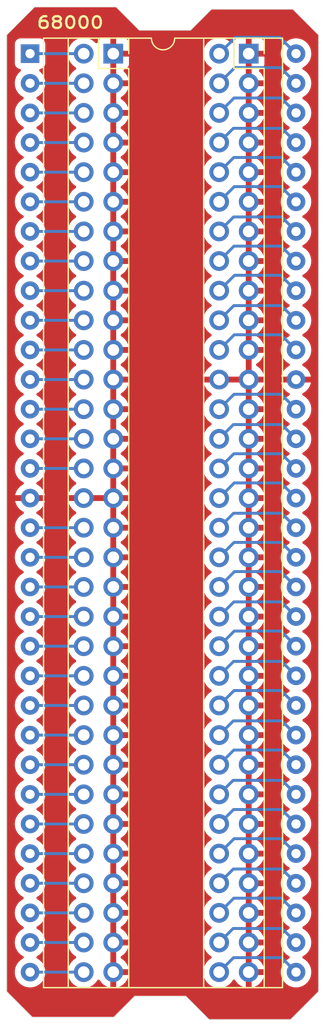
<source format=kicad_pcb>
(kicad_pcb (version 20221018) (generator pcbnew)
  (layers (0 "F.Cu" signal) (31 "B.Cu" signal) (34 "B.Paste" user) (35 "F.Paste" user) (36 "B.SilkS" user "B.Silkscreen") (37 "F.SilkS" user "F.Silkscreen") (38 "B.Mask" user) (39 "F.Mask" user) (44 "Edge.Cuts" user))
  (net 0 "")
  (net 1 "GND")
  (net 2 "Net-(J1-Pin_2)")
  (net 3 "Net-(J1-Pin_4)")
  (net 4 "Net-(J1-Pin_6)")
  (net 5 "Net-(J1-Pin_8)")
  (net 6 "Net-(J1-Pin_10)")
  (net 7 "Net-(J1-Pin_12)")
  (net 8 "Net-(J1-Pin_14)")
  (net 9 "Net-(J1-Pin_16)")
  (net 10 "Net-(J1-Pin_18)")
  (net 11 "Net-(J1-Pin_20)")
  (net 12 "Net-(J1-Pin_22)")
  (net 13 "Net-(J1-Pin_24)")
  (net 14 "Net-(J1-Pin_26)")
  (net 15 "Net-(J1-Pin_28)")
  (net 16 "Net-(J1-Pin_30)")
  (net 17 "Net-(J1-Pin_34)")
  (net 18 "Net-(J1-Pin_36)")
  (net 19 "Net-(J1-Pin_38)")
  (net 20 "Net-(J1-Pin_40)")
  (net 21 "Net-(J1-Pin_42)")
  (net 22 "Net-(J1-Pin_44)")
  (net 23 "Net-(J1-Pin_46)")
  (net 24 "Net-(J1-Pin_48)")
  (net 25 "Net-(J1-Pin_50)")
  (net 26 "Net-(J1-Pin_52)")
  (net 27 "Net-(J1-Pin_54)")
  (net 28 "Net-(J1-Pin_56)")
  (net 29 "Net-(J1-Pin_58)")
  (net 30 "Net-(J1-Pin_60)")
  (net 31 "Net-(J1-Pin_62)")
  (net 32 "Net-(J1-Pin_64)")
  (net 33 "Net-(J2-Pin_33)")
  (net 34 "Net-(J2-Pin_34)")
  (net 35 "Net-(J2-Pin_35)")
  (net 36 "Net-(J2-Pin_36)")
  (net 37 "Net-(J2-Pin_37)")
  (net 38 "Net-(J2-Pin_38)")
  (net 39 "Net-(J2-Pin_39)")
  (net 40 "Net-(J2-Pin_40)")
  (net 41 "Net-(J2-Pin_41)")
  (net 42 "Net-(J2-Pin_42)")
  (net 43 "Net-(J2-Pin_43)")
  (net 44 "Net-(J2-Pin_44)")
  (net 45 "Net-(J2-Pin_45)")
  (net 46 "Net-(J2-Pin_46)")
  (net 47 "Net-(J2-Pin_47)")
  (net 48 "Net-(J2-Pin_48)")
  (net 49 "Net-(J2-Pin_49)")
  (net 50 "Net-(J2-Pin_50)")
  (net 51 "Net-(J2-Pin_51)")
  (net 52 "Net-(J2-Pin_52)")
  (net 53 "Net-(J2-Pin_54)")
  (net 54 "Net-(J2-Pin_55)")
  (net 55 "Net-(J2-Pin_56)")
  (net 56 "Net-(J2-Pin_57)")
  (net 57 "Net-(J2-Pin_58)")
  (net 58 "Net-(J2-Pin_59)")
  (net 59 "Net-(J2-Pin_60)")
  (net 60 "Net-(J2-Pin_61)")
  (net 61 "Net-(J2-Pin_62)")
  (net 62 "Net-(J2-Pin_63)")
  (net 63 "Net-(J2-Pin_64)")
  (footprint "Connector_PinSocket_2.54mm:PinSocket_2x32_P2.54mm_Vertical" (layer "F.Cu") (at 130.36 58.8)
    (fp_text reference "J1" hide)
    (fp_text value "64PIN1")
    (fp_line (start -3.87 -1.33) (end -3.87 80.07) (stroke (width 0.12)) (layer "F.SilkS"))
    (fp_line (start -3.87 -1.33) (end -1.27 -1.33) (stroke (width 0.12)) (layer "F.SilkS"))
    (fp_line (start -3.87 80.07) (end 1.33 80.07) (stroke (width 0.12)) (layer "F.SilkS"))
    (fp_line (start -1.27 -1.33) (end -1.27 1.27) (stroke (width 0.12)) (layer "F.SilkS"))
    (fp_line (start -1.27 1.27) (end 1.33 1.27) (stroke (width 0.12)) (layer "F.SilkS"))
    (fp_line (start 0 -1.33) (end 1.33 -1.33) (stroke (width 0.12)) (layer "F.SilkS"))
    (fp_line (start 1.33 -1.33) (end 1.33 0) (stroke (width 0.12)) (layer "F.SilkS"))
    (fp_line (start 1.33 1.27) (end 1.33 80.07) (stroke (width 0.12)) (layer "F.SilkS"))
    (pad "1" thru_hole rect (at 0 0) (size 1.7 1.7) (drill 1) (layers "*.Cu" "*.Mask") (net 1 "GND"))
    (pad "2" thru_hole oval (at -2.54 0) (size 1.7 1.7) (drill 1) (layers "*.Cu" "*.Mask") (net 2 "Net-(J1-Pin_2)"))
    (pad "3" thru_hole oval (at 0 2.54) (size 1.7 1.7) (drill 1) (layers "*.Cu" "*.Mask") (net 1 "GND"))
    (pad "4" thru_hole oval (at -2.54 2.54) (size 1.7 1.7) (drill 1) (layers "*.Cu" "*.Mask") (net 3 "Net-(J1-Pin_4)"))
    (pad "5" thru_hole oval (at 0 5.08) (size 1.7 1.7) (drill 1) (layers "*.Cu" "*.Mask") (net 1 "GND"))
    (pad "6" thru_hole oval (at -2.54 5.08) (size 1.7 1.7) (drill 1) (layers "*.Cu" "*.Mask") (net 4 "Net-(J1-Pin_6)"))
    (pad "7" thru_hole oval (at 0 7.62) (size 1.7 1.7) (drill 1) (layers "*.Cu" "*.Mask") (net 1 "GND"))
    (pad "8" thru_hole oval (at -2.54 7.62) (size 1.7 1.7) (drill 1) (layers "*.Cu" "*.Mask") (net 5 "Net-(J1-Pin_8)"))
    (pad "9" thru_hole oval (at 0 10.16) (size 1.7 1.7) (drill 1) (layers "*.Cu" "*.Mask") (net 1 "GND"))
    (pad "10" thru_hole oval (at -2.54 10.16) (size 1.7 1.7) (drill 1) (layers "*.Cu" "*.Mask") (net 6 "Net-(J1-Pin_10)"))
    (pad "11" thru_hole oval (at 0 12.7) (size 1.7 1.7) (drill 1) (layers "*.Cu" "*.Mask") (net 1 "GND"))
    (pad "12" thru_hole oval (at -2.54 12.7) (size 1.7 1.7) (drill 1) (layers "*.Cu" "*.Mask") (net 7 "Net-(J1-Pin_12)"))
    (pad "13" thru_hole oval (at 0 15.24) (size 1.7 1.7) (drill 1) (layers "*.Cu" "*.Mask") (net 1 "GND"))
    (pad "14" thru_hole oval (at -2.54 15.24) (size 1.7 1.7) (drill 1) (layers "*.Cu" "*.Mask") (net 8 "Net-(J1-Pin_14)"))
    (pad "15" thru_hole oval (at 0 17.78) (size 1.7 1.7) (drill 1) (layers "*.Cu" "*.Mask") (net 1 "GND"))
    (pad "16" thru_hole oval (at -2.54 17.78) (size 1.7 1.7) (drill 1) (layers "*.Cu" "*.Mask") (net 9 "Net-(J1-Pin_16)"))
    (pad "17" thru_hole oval (at 0 20.32) (size 1.7 1.7) (drill 1) (layers "*.Cu" "*.Mask") (net 1 "GND"))
    (pad "18" thru_hole oval (at -2.54 20.32) (size 1.7 1.7) (drill 1) (layers "*.Cu" "*.Mask") (net 10 "Net-(J1-Pin_18)"))
    (pad "19" thru_hole oval (at 0 22.86) (size 1.7 1.7) (drill 1) (layers "*.Cu" "*.Mask") (net 1 "GND"))
    (pad "20" thru_hole oval (at -2.54 22.86) (size 1.7 1.7) (drill 1) (layers "*.Cu" "*.Mask") (net 11 "Net-(J1-Pin_20)"))
    (pad "21" thru_hole oval (at 0 25.4) (size 1.7 1.7) (drill 1) (layers "*.Cu" "*.Mask") (net 1 "GND"))
    (pad "22" thru_hole oval (at -2.54 25.4) (size 1.7 1.7) (drill 1) (layers "*.Cu" "*.Mask") (net 12 "Net-(J1-Pin_22)"))
    (pad "23" thru_hole oval (at 0 27.94) (size 1.7 1.7) (drill 1) (layers "*.Cu" "*.Mask") (net 1 "GND"))
    (pad "24" thru_hole oval (at -2.54 27.94) (size 1.7 1.7) (drill 1) (layers "*.Cu" "*.Mask") (net 13 "Net-(J1-Pin_24)"))
    (pad "25" thru_hole oval (at 0 30.48) (size 1.7 1.7) (drill 1) (layers "*.Cu" "*.Mask") (net 1 "GND"))
    (pad "26" thru_hole oval (at -2.54 30.48) (size 1.7 1.7) (drill 1) (layers "*.Cu" "*.Mask") (net 14 "Net-(J1-Pin_26)"))
    (pad "27" thru_hole oval (at 0 33.02) (size 1.7 1.7) (drill 1) (layers "*.Cu" "*.Mask") (net 1 "GND"))
    (pad "28" thru_hole oval (at -2.54 33.02) (size 1.7 1.7) (drill 1) (layers "*.Cu" "*.Mask") (net 15 "Net-(J1-Pin_28)"))
    (pad "29" thru_hole oval (at 0 35.56) (size 1.7 1.7) (drill 1) (layers "*.Cu" "*.Mask") (net 1 "GND"))
    (pad "30" thru_hole oval (at -2.54 35.56) (size 1.7 1.7) (drill 1) (layers "*.Cu" "*.Mask") (net 16 "Net-(J1-Pin_30)"))
    (pad "31" thru_hole oval (at 0 38.1) (size 1.7 1.7) (drill 1) (layers "*.Cu" "*.Mask") (net 1 "GND"))
    (pad "32" thru_hole oval (at -2.54 38.1) (size 1.7 1.7) (drill 1) (layers "*.Cu" "*.Mask") (net 1 "GND"))
    (pad "33" thru_hole oval (at 0 40.64) (size 1.7 1.7) (drill 1) (layers "*.Cu" "*.Mask") (net 1 "GND"))
    (pad "34" thru_hole oval (at -2.54 40.64) (size 1.7 1.7) (drill 1) (layers "*.Cu" "*.Mask") (net 17 "Net-(J1-Pin_34)"))
    (pad "35" thru_hole oval (at 0 43.18) (size 1.7 1.7) (drill 1) (layers "*.Cu" "*.Mask") (net 1 "GND"))
    (pad "36" thru_hole oval (at -2.54 43.18) (size 1.7 1.7) (drill 1) (layers "*.Cu" "*.Mask") (net 18 "Net-(J1-Pin_36)"))
    (pad "37" thru_hole oval (at 0 45.72) (size 1.7 1.7) (drill 1) (layers "*.Cu" "*.Mask") (net 1 "GND"))
    (pad "38" thru_hole oval (at -2.54 45.72) (size 1.7 1.7) (drill 1) (layers "*.Cu" "*.Mask") (net 19 "Net-(J1-Pin_38)"))
    (pad "39" thru_hole oval (at 0 48.26) (size 1.7 1.7) (drill 1) (layers "*.Cu" "*.Mask") (net 1 "GND"))
    (pad "40" thru_hole oval (at -2.54 48.26) (size 1.7 1.7) (drill 1) (layers "*.Cu" "*.Mask") (net 20 "Net-(J1-Pin_40)"))
    (pad "41" thru_hole oval (at 0 50.8) (size 1.7 1.7) (drill 1) (layers "*.Cu" "*.Mask") (net 1 "GND"))
    (pad "42" thru_hole oval (at -2.54 50.8) (size 1.7 1.7) (drill 1) (layers "*.Cu" "*.Mask") (net 21 "Net-(J1-Pin_42)"))
    (pad "43" thru_hole oval (at 0 53.34) (size 1.7 1.7) (drill 1) (layers "*.Cu" "*.Mask") (net 1 "GND"))
    (pad "44" thru_hole oval (at -2.54 53.34) (size 1.7 1.7) (drill 1) (layers "*.Cu" "*.Mask") (net 22 "Net-(J1-Pin_44)"))
    (pad "45" thru_hole oval (at 0 55.88) (size 1.7 1.7) (drill 1) (layers "*.Cu" "*.Mask") (net 1 "GND"))
    (pad "46" thru_hole oval (at -2.54 55.88) (size 1.7 1.7) (drill 1) (layers "*.Cu" "*.Mask") (net 23 "Net-(J1-Pin_46)"))
    (pad "47" thru_hole oval (at 0 58.42) (size 1.7 1.7) (drill 1) (layers "*.Cu" "*.Mask") (net 1 "GND"))
    (pad "48" thru_hole oval (at -2.54 58.42) (size 1.7 1.7) (drill 1) (layers "*.Cu" "*.Mask") (net 24 "Net-(J1-Pin_48)"))
    (pad "49" thru_hole oval (at 0 60.96) (size 1.7 1.7) (drill 1) (layers "*.Cu" "*.Mask") (net 1 "GND"))
    (pad "50" thru_hole oval (at -2.54 60.96) (size 1.7 1.7) (drill 1) (layers "*.Cu" "*.Mask") (net 25 "Net-(J1-Pin_50)"))
    (pad "51" thru_hole oval (at 0 63.5) (size 1.7 1.7) (drill 1) (layers "*.Cu" "*.Mask") (net 1 "GND"))
    (pad "52" thru_hole oval (at -2.54 63.5) (size 1.7 1.7) (drill 1) (layers "*.Cu" "*.Mask") (net 26 "Net-(J1-Pin_52)"))
    (pad "53" thru_hole oval (at 0 66.04) (size 1.7 1.7) (drill 1) (layers "*.Cu" "*.Mask") (net 1 "GND"))
    (pad "54" thru_hole oval (at -2.54 66.04) (size 1.7 1.7) (drill 1) (layers "*.Cu" "*.Mask") (net 27 "Net-(J1-Pin_54)"))
    (pad "55" thru_hole oval (at 0 68.58) (size 1.7 1.7) (drill 1) (layers "*.Cu" "*.Mask") (net 1 "GND"))
    (pad "56" thru_hole oval (at -2.54 68.58) (size 1.7 1.7) (drill 1) (layers "*.Cu" "*.Mask") (net 28 "Net-(J1-Pin_56)"))
    (pad "57" thru_hole oval (at 0 71.12) (size 1.7 1.7) (drill 1) (layers "*.Cu" "*.Mask") (net 1 "GND"))
    (pad "58" thru_hole oval (at -2.54 71.12) (size 1.7 1.7) (drill 1) (layers "*.Cu" "*.Mask") (net 29 "Net-(J1-Pin_58)"))
    (pad "59" thru_hole oval (at 0 73.66) (size 1.7 1.7) (drill 1) (layers "*.Cu" "*.Mask") (net 1 "GND"))
    (pad "60" thru_hole oval (at -2.54 73.66) (size 1.7 1.7) (drill 1) (layers "*.Cu" "*.Mask") (net 30 "Net-(J1-Pin_60)"))
    (pad "61" thru_hole oval (at 0 76.2) (size 1.7 1.7) (drill 1) (layers "*.Cu" "*.Mask") (net 1 "GND"))
    (pad "62" thru_hole oval (at -2.54 76.2) (size 1.7 1.7) (drill 1) (layers "*.Cu" "*.Mask") (net 31 "Net-(J1-Pin_62)"))
    (pad "63" thru_hole oval (at 0 78.74) (size 1.7 1.7) (drill 1) (layers "*.Cu" "*.Mask") (net 1 "GND"))
    (pad "64" thru_hole oval (at -2.54 78.74) (size 1.7 1.7) (drill 1) (layers "*.Cu" "*.Mask") (net 32 "Net-(J1-Pin_64)"))
  )
  (footprint "Connector_PinSocket_2.54mm:PinSocket_2x32_P2.54mm_Vertical" (layer "F.Cu") (at 142 58.8)
    (fp_text reference "J3" hide)
    (fp_text value "64PIN2")
    (fp_line (start -3.87 -1.33) (end -3.87 80.07) (stroke (width 0.12)) (layer "F.SilkS"))
    (fp_line (start -3.87 -1.33) (end -1.27 -1.33) (stroke (width 0.12)) (layer "F.SilkS"))
    (fp_line (start -3.87 80.07) (end 1.33 80.07) (stroke (width 0.12)) (layer "F.SilkS"))
    (fp_line (start -1.27 -1.33) (end -1.27 1.27) (stroke (width 0.12)) (layer "F.SilkS"))
    (fp_line (start -1.27 1.27) (end 1.33 1.27) (stroke (width 0.12)) (layer "F.SilkS"))
    (fp_line (start 0 -1.33) (end 1.33 -1.33) (stroke (width 0.12)) (layer "F.SilkS"))
    (fp_line (start 1.33 -1.33) (end 1.33 0) (stroke (width 0.12)) (layer "F.SilkS"))
    (fp_line (start 1.33 1.27) (end 1.33 80.07) (stroke (width 0.12)) (layer "F.SilkS"))
    (pad "1" thru_hole rect (at 0 0) (size 1.7 1.7) (drill 1) (layers "*.Cu" "*.Mask") (net 1 "GND"))
    (pad "2" thru_hole oval (at -2.54 0) (size 1.7 1.7) (drill 1) (layers "*.Cu" "*.Mask") (net 63 "Net-(J2-Pin_64)"))
    (pad "3" thru_hole oval (at 0 2.54) (size 1.7 1.7) (drill 1) (layers "*.Cu" "*.Mask") (net 1 "GND"))
    (pad "4" thru_hole oval (at -2.54 2.54) (size 1.7 1.7) (drill 1) (layers "*.Cu" "*.Mask") (net 62 "Net-(J2-Pin_63)"))
    (pad "5" thru_hole oval (at 0 5.08) (size 1.7 1.7) (drill 1) (layers "*.Cu" "*.Mask") (net 1 "GND"))
    (pad "6" thru_hole oval (at -2.54 5.08) (size 1.7 1.7) (drill 1) (layers "*.Cu" "*.Mask") (net 61 "Net-(J2-Pin_62)"))
    (pad "7" thru_hole oval (at 0 7.62) (size 1.7 1.7) (drill 1) (layers "*.Cu" "*.Mask") (net 1 "GND"))
    (pad "8" thru_hole oval (at -2.54 7.62) (size 1.7 1.7) (drill 1) (layers "*.Cu" "*.Mask") (net 60 "Net-(J2-Pin_61)"))
    (pad "9" thru_hole oval (at 0 10.16) (size 1.7 1.7) (drill 1) (layers "*.Cu" "*.Mask") (net 1 "GND"))
    (pad "10" thru_hole oval (at -2.54 10.16) (size 1.7 1.7) (drill 1) (layers "*.Cu" "*.Mask") (net 59 "Net-(J2-Pin_60)"))
    (pad "11" thru_hole oval (at 0 12.7) (size 1.7 1.7) (drill 1) (layers "*.Cu" "*.Mask") (net 1 "GND"))
    (pad "12" thru_hole oval (at -2.54 12.7) (size 1.7 1.7) (drill 1) (layers "*.Cu" "*.Mask") (net 58 "Net-(J2-Pin_59)"))
    (pad "13" thru_hole oval (at 0 15.24) (size 1.7 1.7) (drill 1) (layers "*.Cu" "*.Mask") (net 1 "GND"))
    (pad "14" thru_hole oval (at -2.54 15.24) (size 1.7 1.7) (drill 1) (layers "*.Cu" "*.Mask") (net 57 "Net-(J2-Pin_58)"))
    (pad "15" thru_hole oval (at 0 17.78) (size 1.7 1.7) (drill 1) (layers "*.Cu" "*.Mask") (net 1 "GND"))
    (pad "16" thru_hole oval (at -2.54 17.78) (size 1.7 1.7) (drill 1) (layers "*.Cu" "*.Mask") (net 56 "Net-(J2-Pin_57)"))
    (pad "17" thru_hole oval (at 0 20.32) (size 1.7 1.7) (drill 1) (layers "*.Cu" "*.Mask") (net 1 "GND"))
    (pad "18" thru_hole oval (at -2.54 20.32) (size 1.7 1.7) (drill 1) (layers "*.Cu" "*.Mask") (net 55 "Net-(J2-Pin_56)"))
    (pad "19" thru_hole oval (at 0 22.86) (size 1.7 1.7) (drill 1) (layers "*.Cu" "*.Mask") (net 1 "GND"))
    (pad "20" thru_hole oval (at -2.54 22.86) (size 1.7 1.7) (drill 1) (layers "*.Cu" "*.Mask") (net 54 "Net-(J2-Pin_55)"))
    (pad "21" thru_hole oval (at 0 25.4) (size 1.7 1.7) (drill 1) (layers "*.Cu" "*.Mask") (net 1 "GND"))
    (pad "22" thru_hole oval (at -2.54 25.4) (size 1.7 1.7) (drill 1) (layers "*.Cu" "*.Mask") (net 53 "Net-(J2-Pin_54)"))
    (pad "23" thru_hole oval (at 0 27.94) (size 1.7 1.7) (drill 1) (layers "*.Cu" "*.Mask") (net 1 "GND"))
    (pad "24" thru_hole oval (at -2.54 27.94) (size 1.7 1.7) (drill 1) (layers "*.Cu" "*.Mask") (net 1 "GND"))
    (pad "25" thru_hole oval (at 0 30.48) (size 1.7 1.7) (drill 1) (layers "*.Cu" "*.Mask") (net 1 "GND"))
    (pad "26" thru_hole oval (at -2.54 30.48) (size 1.7 1.7) (drill 1) (layers "*.Cu" "*.Mask") (net 52 "Net-(J2-Pin_52)"))
    (pad "27" thru_hole oval (at 0 33.02) (size 1.7 1.7) (drill 1) (layers "*.Cu" "*.Mask") (net 1 "GND"))
    (pad "28" thru_hole oval (at -2.54 33.02) (size 1.7 1.7) (drill 1) (layers "*.Cu" "*.Mask") (net 51 "Net-(J2-Pin_51)"))
    (pad "29" thru_hole oval (at 0 35.56) (size 1.7 1.7) (drill 1) (layers "*.Cu" "*.Mask") (net 1 "GND"))
    (pad "30" thru_hole oval (at -2.54 35.56) (size 1.7 1.7) (drill 1) (layers "*.Cu" "*.Mask") (net 50 "Net-(J2-Pin_50)"))
    (pad "31" thru_hole oval (at 0 38.1) (size 1.7 1.7) (drill 1) (layers "*.Cu" "*.Mask") (net 1 "GND"))
    (pad "32" thru_hole oval (at -2.54 38.1) (size 1.7 1.7) (drill 1) (layers "*.Cu" "*.Mask") (net 49 "Net-(J2-Pin_49)"))
    (pad "33" thru_hole oval (at 0 40.64) (size 1.7 1.7) (drill 1) (layers "*.Cu" "*.Mask") (net 1 "GND"))
    (pad "34" thru_hole oval (at -2.54 40.64) (size 1.7 1.7) (drill 1) (layers "*.Cu" "*.Mask") (net 48 "Net-(J2-Pin_48)"))
    (pad "35" thru_hole oval (at 0 43.18) (size 1.7 1.7) (drill 1) (layers "*.Cu" "*.Mask") (net 1 "GND"))
    (pad "36" thru_hole oval (at -2.54 43.18) (size 1.7 1.7) (drill 1) (layers "*.Cu" "*.Mask") (net 47 "Net-(J2-Pin_47)"))
    (pad "37" thru_hole oval (at 0 45.72) (size 1.7 1.7) (drill 1) (layers "*.Cu" "*.Mask") (net 1 "GND"))
    (pad "38" thru_hole oval (at -2.54 45.72) (size 1.7 1.7) (drill 1) (layers "*.Cu" "*.Mask") (net 46 "Net-(J2-Pin_46)"))
    (pad "39" thru_hole oval (at 0 48.26) (size 1.7 1.7) (drill 1) (layers "*.Cu" "*.Mask") (net 1 "GND"))
    (pad "40" thru_hole oval (at -2.54 48.26) (size 1.7 1.7) (drill 1) (layers "*.Cu" "*.Mask") (net 45 "Net-(J2-Pin_45)"))
    (pad "41" thru_hole oval (at 0 50.8) (size 1.7 1.7) (drill 1) (layers "*.Cu" "*.Mask") (net 1 "GND"))
    (pad "42" thru_hole oval (at -2.54 50.8) (size 1.7 1.7) (drill 1) (layers "*.Cu" "*.Mask") (net 44 "Net-(J2-Pin_44)"))
    (pad "43" thru_hole oval (at 0 53.34) (size 1.7 1.7) (drill 1) (layers "*.Cu" "*.Mask") (net 1 "GND"))
    (pad "44" thru_hole oval (at -2.54 53.34) (size 1.7 1.7) (drill 1) (layers "*.Cu" "*.Mask") (net 43 "Net-(J2-Pin_43)"))
    (pad "45" thru_hole oval (at 0 55.88) (size 1.7 1.7) (drill 1) (layers "*.Cu" "*.Mask") (net 1 "GND"))
    (pad "46" thru_hole oval (at -2.54 55.88) (size 1.7 1.7) (drill 1) (layers "*.Cu" "*.Mask") (net 42 "Net-(J2-Pin_42)"))
    (pad "47" thru_hole oval (at 0 58.42) (size 1.7 1.7) (drill 1) (layers "*.Cu" "*.Mask") (net 1 "GND"))
    (pad "48" thru_hole oval (at -2.54 58.42) (size 1.7 1.7) (drill 1) (layers "*.Cu" "*.Mask") (net 41 "Net-(J2-Pin_41)"))
    (pad "49" thru_hole oval (at 0 60.96) (size 1.7 1.7) (drill 1) (layers "*.Cu" "*.Mask") (net 1 "GND"))
    (pad "50" thru_hole oval (at -2.54 60.96) (size 1.7 1.7) (drill 1) (layers "*.Cu" "*.Mask") (net 40 "Net-(J2-Pin_40)"))
    (pad "51" thru_hole oval (at 0 63.5) (size 1.7 1.7) (drill 1) (layers "*.Cu" "*.Mask") (net 1 "GND"))
    (pad "52" thru_hole oval (at -2.54 63.5) (size 1.7 1.7) (drill 1) (layers "*.Cu" "*.Mask") (net 39 "Net-(J2-Pin_39)"))
    (pad "53" thru_hole oval (at 0 66.04) (size 1.7 1.7) (drill 1) (layers "*.Cu" "*.Mask") (net 1 "GND"))
    (pad "54" thru_hole oval (at -2.54 66.04) (size 1.7 1.7) (drill 1) (layers "*.Cu" "*.Mask") (net 38 "Net-(J2-Pin_38)"))
    (pad "55" thru_hole oval (at 0 68.58) (size 1.7 1.7) (drill 1) (layers "*.Cu" "*.Mask") (net 1 "GND"))
    (pad "56" thru_hole oval (at -2.54 68.58) (size 1.7 1.7) (drill 1) (layers "*.Cu" "*.Mask") (net 37 "Net-(J2-Pin_37)"))
    (pad "57" thru_hole oval (at 0 71.12) (size 1.7 1.7) (drill 1) (layers "*.Cu" "*.Mask") (net 1 "GND"))
    (pad "58" thru_hole oval (at -2.54 71.12) (size 1.7 1.7) (drill 1) (layers "*.Cu" "*.Mask") (net 36 "Net-(J2-Pin_36)"))
    (pad "59" thru_hole oval (at 0 73.66) (size 1.7 1.7) (drill 1) (layers "*.Cu" "*.Mask") (net 1 "GND"))
    (pad "60" thru_hole oval (at -2.54 73.66) (size 1.7 1.7) (drill 1) (layers "*.Cu" "*.Mask") (net 35 "Net-(J2-Pin_35)"))
    (pad "61" thru_hole oval (at 0 76.2) (size 1.7 1.7) (drill 1) (layers "*.Cu" "*.Mask") (net 1 "GND"))
    (pad "62" thru_hole oval (at -2.54 76.2) (size 1.7 1.7) (drill 1) (layers "*.Cu" "*.Mask") (net 34 "Net-(J2-Pin_34)"))
    (pad "63" thru_hole oval (at 0 78.74) (size 1.7 1.7) (drill 1) (layers "*.Cu" "*.Mask") (net 1 "GND"))
    (pad "64" thru_hole oval (at -2.54 78.74) (size 1.7 1.7) (drill 1) (layers "*.Cu" "*.Mask") (net 33 "Net-(J2-Pin_33)"))
  )
  (footprint "Package_DIP:DIP-64_W22.86mm" (layer "F.Cu") (at 123.207 58.8)
    (fp_text reference "J2" hide)
    (fp_text value "UUT_Header")
    (fp_line (start 1.16 -1.33) (end 1.16 80.07) (stroke (width 0.12)) (layer "F.SilkS"))
    (fp_line (start 1.16 80.07) (end 21.7 80.07) (stroke (width 0.12)) (layer "F.SilkS"))
    (fp_line (start 10.43 -1.33) (end 1.16 -1.33) (stroke (width 0.12)) (layer "F.SilkS"))
    (fp_line (start 21.7 -1.33) (end 12.43 -1.33) (stroke (width 0.12)) (layer "F.SilkS"))
    (fp_line (start 21.7 80.07) (end 21.7 -1.33) (stroke (width 0.12)) (layer "F.SilkS"))
    (fp_arc (start 12.43 -1.33) (mid 11.43 -0.33) (end 10.43 -1.33) (stroke (width 0.12)) (layer "F.SilkS"))
    (pad "1" thru_hole rect (at 0 0) (size 1.6 1.6) (drill 0.8) (layers "*.Cu" "*.Mask") (net 2 "Net-(J1-Pin_2)"))
    (pad "2" thru_hole oval (at 0 2.54) (size 1.6 1.6) (drill 0.8) (layers "*.Cu" "*.Mask") (net 3 "Net-(J1-Pin_4)"))
    (pad "3" thru_hole oval (at 0 5.08) (size 1.6 1.6) (drill 0.8) (layers "*.Cu" "*.Mask") (net 4 "Net-(J1-Pin_6)"))
    (pad "4" thru_hole oval (at 0 7.62) (size 1.6 1.6) (drill 0.8) (layers "*.Cu" "*.Mask") (net 5 "Net-(J1-Pin_8)"))
    (pad "5" thru_hole oval (at 0 10.16) (size 1.6 1.6) (drill 0.8) (layers "*.Cu" "*.Mask") (net 6 "Net-(J1-Pin_10)"))
    (pad "6" thru_hole oval (at 0 12.7) (size 1.6 1.6) (drill 0.8) (layers "*.Cu" "*.Mask") (net 7 "Net-(J1-Pin_12)"))
    (pad "7" thru_hole oval (at 0 15.24) (size 1.6 1.6) (drill 0.8) (layers "*.Cu" "*.Mask") (net 8 "Net-(J1-Pin_14)"))
    (pad "8" thru_hole oval (at 0 17.78) (size 1.6 1.6) (drill 0.8) (layers "*.Cu" "*.Mask") (net 9 "Net-(J1-Pin_16)"))
    (pad "9" thru_hole oval (at 0 20.32) (size 1.6 1.6) (drill 0.8) (layers "*.Cu" "*.Mask") (net 10 "Net-(J1-Pin_18)"))
    (pad "10" thru_hole oval (at 0 22.86) (size 1.6 1.6) (drill 0.8) (layers "*.Cu" "*.Mask") (net 11 "Net-(J1-Pin_20)"))
    (pad "11" thru_hole oval (at 0 25.4) (size 1.6 1.6) (drill 0.8) (layers "*.Cu" "*.Mask") (net 12 "Net-(J1-Pin_22)"))
    (pad "12" thru_hole oval (at 0 27.94) (size 1.6 1.6) (drill 0.8) (layers "*.Cu" "*.Mask") (net 13 "Net-(J1-Pin_24)"))
    (pad "13" thru_hole oval (at 0 30.48) (size 1.6 1.6) (drill 0.8) (layers "*.Cu" "*.Mask") (net 14 "Net-(J1-Pin_26)"))
    (pad "14" thru_hole oval (at 0 33.02) (size 1.6 1.6) (drill 0.8) (layers "*.Cu" "*.Mask") (net 15 "Net-(J1-Pin_28)"))
    (pad "15" thru_hole oval (at 0 35.56) (size 1.6 1.6) (drill 0.8) (layers "*.Cu" "*.Mask") (net 16 "Net-(J1-Pin_30)"))
    (pad "16" thru_hole oval (at 0 38.1) (size 1.6 1.6) (drill 0.8) (layers "*.Cu" "*.Mask") (net 1 "GND"))
    (pad "17" thru_hole oval (at 0 40.64) (size 1.6 1.6) (drill 0.8) (layers "*.Cu" "*.Mask") (net 17 "Net-(J1-Pin_34)"))
    (pad "18" thru_hole oval (at 0 43.18) (size 1.6 1.6) (drill 0.8) (layers "*.Cu" "*.Mask") (net 18 "Net-(J1-Pin_36)"))
    (pad "19" thru_hole oval (at 0 45.72) (size 1.6 1.6) (drill 0.8) (layers "*.Cu" "*.Mask") (net 19 "Net-(J1-Pin_38)"))
    (pad "20" thru_hole oval (at 0 48.26) (size 1.6 1.6) (drill 0.8) (layers "*.Cu" "*.Mask") (net 20 "Net-(J1-Pin_40)"))
    (pad "21" thru_hole oval (at 0 50.8) (size 1.6 1.6) (drill 0.8) (layers "*.Cu" "*.Mask") (net 21 "Net-(J1-Pin_42)"))
    (pad "22" thru_hole oval (at 0 53.34) (size 1.6 1.6) (drill 0.8) (layers "*.Cu" "*.Mask") (net 22 "Net-(J1-Pin_44)"))
    (pad "23" thru_hole oval (at 0 55.88) (size 1.6 1.6) (drill 0.8) (layers "*.Cu" "*.Mask") (net 23 "Net-(J1-Pin_46)"))
    (pad "24" thru_hole oval (at 0 58.42) (size 1.6 1.6) (drill 0.8) (layers "*.Cu" "*.Mask") (net 24 "Net-(J1-Pin_48)"))
    (pad "25" thru_hole oval (at 0 60.96) (size 1.6 1.6) (drill 0.8) (layers "*.Cu" "*.Mask") (net 25 "Net-(J1-Pin_50)"))
    (pad "26" thru_hole oval (at 0 63.5) (size 1.6 1.6) (drill 0.8) (layers "*.Cu" "*.Mask") (net 26 "Net-(J1-Pin_52)"))
    (pad "27" thru_hole oval (at 0 66.04) (size 1.6 1.6) (drill 0.8) (layers "*.Cu" "*.Mask") (net 27 "Net-(J1-Pin_54)"))
    (pad "28" thru_hole oval (at 0 68.58) (size 1.6 1.6) (drill 0.8) (layers "*.Cu" "*.Mask") (net 28 "Net-(J1-Pin_56)"))
    (pad "29" thru_hole oval (at 0 71.12) (size 1.6 1.6) (drill 0.8) (layers "*.Cu" "*.Mask") (net 29 "Net-(J1-Pin_58)"))
    (pad "30" thru_hole oval (at 0 73.66) (size 1.6 1.6) (drill 0.8) (layers "*.Cu" "*.Mask") (net 30 "Net-(J1-Pin_60)"))
    (pad "31" thru_hole oval (at 0 76.2) (size 1.6 1.6) (drill 0.8) (layers "*.Cu" "*.Mask") (net 31 "Net-(J1-Pin_62)"))
    (pad "32" thru_hole oval (at 0 78.74) (size 1.6 1.6) (drill 0.8) (layers "*.Cu" "*.Mask") (net 32 "Net-(J1-Pin_64)"))
    (pad "33" thru_hole oval (at 22.86 78.74) (size 1.6 1.6) (drill 0.8) (layers "*.Cu" "*.Mask") (net 33 "Net-(J2-Pin_33)"))
    (pad "34" thru_hole oval (at 22.86 76.2) (size 1.6 1.6) (drill 0.8) (layers "*.Cu" "*.Mask") (net 34 "Net-(J2-Pin_34)"))
    (pad "35" thru_hole oval (at 22.86 73.66) (size 1.6 1.6) (drill 0.8) (layers "*.Cu" "*.Mask") (net 35 "Net-(J2-Pin_35)"))
    (pad "36" thru_hole oval (at 22.86 71.12) (size 1.6 1.6) (drill 0.8) (layers "*.Cu" "*.Mask") (net 36 "Net-(J2-Pin_36)"))
    (pad "37" thru_hole oval (at 22.86 68.58) (size 1.6 1.6) (drill 0.8) (layers "*.Cu" "*.Mask") (net 37 "Net-(J2-Pin_37)"))
    (pad "38" thru_hole oval (at 22.86 66.04) (size 1.6 1.6) (drill 0.8) (layers "*.Cu" "*.Mask") (net 38 "Net-(J2-Pin_38)"))
    (pad "39" thru_hole oval (at 22.86 63.5) (size 1.6 1.6) (drill 0.8) (layers "*.Cu" "*.Mask") (net 39 "Net-(J2-Pin_39)"))
    (pad "40" thru_hole oval (at 22.86 60.96) (size 1.6 1.6) (drill 0.8) (layers "*.Cu" "*.Mask") (net 40 "Net-(J2-Pin_40)"))
    (pad "41" thru_hole oval (at 22.86 58.42) (size 1.6 1.6) (drill 0.8) (layers "*.Cu" "*.Mask") (net 41 "Net-(J2-Pin_41)"))
    (pad "42" thru_hole oval (at 22.86 55.88) (size 1.6 1.6) (drill 0.8) (layers "*.Cu" "*.Mask") (net 42 "Net-(J2-Pin_42)"))
    (pad "43" thru_hole oval (at 22.86 53.34) (size 1.6 1.6) (drill 0.8) (layers "*.Cu" "*.Mask") (net 43 "Net-(J2-Pin_43)"))
    (pad "44" thru_hole oval (at 22.86 50.8) (size 1.6 1.6) (drill 0.8) (layers "*.Cu" "*.Mask") (net 44 "Net-(J2-Pin_44)"))
    (pad "45" thru_hole oval (at 22.86 48.26) (size 1.6 1.6) (drill 0.8) (layers "*.Cu" "*.Mask") (net 45 "Net-(J2-Pin_45)"))
    (pad "46" thru_hole oval (at 22.86 45.72) (size 1.6 1.6) (drill 0.8) (layers "*.Cu" "*.Mask") (net 46 "Net-(J2-Pin_46)"))
    (pad "47" thru_hole oval (at 22.86 43.18) (size 1.6 1.6) (drill 0.8) (layers "*.Cu" "*.Mask") (net 47 "Net-(J2-Pin_47)"))
    (pad "48" thru_hole oval (at 22.86 40.64) (size 1.6 1.6) (drill 0.8) (layers "*.Cu" "*.Mask") (net 48 "Net-(J2-Pin_48)"))
    (pad "49" thru_hole oval (at 22.86 38.1) (size 1.6 1.6) (drill 0.8) (layers "*.Cu" "*.Mask") (net 49 "Net-(J2-Pin_49)"))
    (pad "50" thru_hole oval (at 22.86 35.56) (size 1.6 1.6) (drill 0.8) (layers "*.Cu" "*.Mask") (net 50 "Net-(J2-Pin_50)"))
    (pad "51" thru_hole oval (at 22.86 33.02) (size 1.6 1.6) (drill 0.8) (layers "*.Cu" "*.Mask") (net 51 "Net-(J2-Pin_51)"))
    (pad "52" thru_hole oval (at 22.86 30.48) (size 1.6 1.6) (drill 0.8) (layers "*.Cu" "*.Mask") (net 52 "Net-(J2-Pin_52)"))
    (pad "53" thru_hole oval (at 22.86 27.94) (size 1.6 1.6) (drill 0.8) (layers "*.Cu" "*.Mask") (net 1 "GND"))
    (pad "54" thru_hole oval (at 22.86 25.4) (size 1.6 1.6) (drill 0.8) (layers "*.Cu" "*.Mask") (net 53 "Net-(J2-Pin_54)"))
    (pad "55" thru_hole oval (at 22.86 22.86) (size 1.6 1.6) (drill 0.8) (layers "*.Cu" "*.Mask") (net 54 "Net-(J2-Pin_55)"))
    (pad "56" thru_hole oval (at 22.86 20.32) (size 1.6 1.6) (drill 0.8) (layers "*.Cu" "*.Mask") (net 55 "Net-(J2-Pin_56)"))
    (pad "57" thru_hole oval (at 22.86 17.78) (size 1.6 1.6) (drill 0.8) (layers "*.Cu" "*.Mask") (net 56 "Net-(J2-Pin_57)"))
    (pad "58" thru_hole oval (at 22.86 15.24) (size 1.6 1.6) (drill 0.8) (layers "*.Cu" "*.Mask") (net 57 "Net-(J2-Pin_58)"))
    (pad "59" thru_hole oval (at 22.86 12.7) (size 1.6 1.6) (drill 0.8) (layers "*.Cu" "*.Mask") (net 58 "Net-(J2-Pin_59)"))
    (pad "60" thru_hole oval (at 22.86 10.16) (size 1.6 1.6) (drill 0.8) (layers "*.Cu" "*.Mask") (net 59 "Net-(J2-Pin_60)"))
    (pad "61" thru_hole oval (at 22.86 7.62) (size 1.6 1.6) (drill 0.8) (layers "*.Cu" "*.Mask") (net 60 "Net-(J2-Pin_61)"))
    (pad "62" thru_hole oval (at 22.86 5.08) (size 1.6 1.6) (drill 0.8) (layers "*.Cu" "*.Mask") (net 61 "Net-(J2-Pin_62)"))
    (pad "63" thru_hole oval (at 22.86 2.54) (size 1.6 1.6) (drill 0.8) (layers "*.Cu" "*.Mask") (net 62 "Net-(J2-Pin_63)"))
    (pad "64" thru_hole oval (at 22.86 0) (size 1.6 1.6) (drill 0.8) (layers "*.Cu" "*.Mask") (net 63 "Net-(J2-Pin_64)"))
  )
  (gr_line (start 139.6 141.6) (end 138.6 141.6) (stroke (width 0.05)) (layer "Edge.Cuts"))
  (gr_line (start 138.6 141.6) (end 136.6 139.6) (stroke (width 0.05)) (layer "Edge.Cuts"))
  (gr_line (start 132.6 56.8) (end 137 56.8) (stroke (width 0.05)) (layer "Edge.Cuts"))
  (gr_line (start 145.8 55) (end 148 57.2) (stroke (width 0.05)) (layer "Edge.Cuts"))
  (gr_line (start 130.6 54.8) (end 132.6 56.8) (stroke (width 0.05)) (layer "Edge.Cuts"))
  (gr_line (start 138.8 55) (end 145.8 55) (stroke (width 0.05)) (layer "Edge.Cuts"))
  (gr_line (start 123.6 54.8) (end 129.6 54.8) (stroke (width 0.05)) (layer "Edge.Cuts"))
  (gr_line (start 148 139.2) (end 145.6 141.6) (stroke (width 0.05)) (layer "Edge.Cuts"))
  (gr_line (start 145.6 141.6) (end 139.6 141.6) (stroke (width 0.05)) (layer "Edge.Cuts"))
  (gr_line (start 129.6 54.8) (end 130.6 54.8) (stroke (width 0.05)) (layer "Edge.Cuts"))
  (gr_line (start 136.6 139.6) (end 132.2 139.6) (stroke (width 0.05)) (layer "Edge.Cuts"))
  (gr_line (start 123.4 141.4) (end 121.2 139.2) (stroke (width 0.05)) (layer "Edge.Cuts"))
  (gr_line (start 132.2 139.6) (end 130.4 141.4) (stroke (width 0.05)) (layer "Edge.Cuts"))
  (gr_line (start 148 139.2) (end 148 57.2) (stroke (width 0.05)) (layer "Edge.Cuts"))
  (gr_line (start 121.2 57.2) (end 123.6 54.8) (stroke (width 0.05)) (layer "Edge.Cuts"))
  (gr_line (start 137 56.8) (end 138.8 55) (stroke (width 0.05)) (layer "Edge.Cuts"))
  (gr_line (start 121.2 57.2) (end 121.2 139.2) (stroke (width 0.05)) (layer "Edge.Cuts"))
  (gr_line (start 130.4 141.4) (end 123.4 141.4) (stroke (width 0.05)) (layer "Edge.Cuts"))
  (gr_text "1" (at 124.8 59.7) (layer "F.Cu") (effects (font (size 1.5 1.5) (thickness 0.3) bold) (justify left bottom)))
  (gr_text "68000" (at 126.66 56.138) (layer "F.SilkS") (effects (font (size 1 1.2) (thickness 0.2))))
  (segment (start 123.207 58.8) (end 127.82 58.8) (width 0.25) (layer "B.Cu") (net 2))
  (segment (start 123.207 61.34) (end 127.82 61.34) (width 0.25) (layer "B.Cu") (net 3))
  (segment (start 123.207 63.88) (end 127.82 63.88) (width 0.25) (layer "B.Cu") (net 4))
  (segment (start 123.207 66.42) (end 127.82 66.42) (width 0.25) (layer "B.Cu") (net 5))
  (segment (start 123.207 68.96) (end 127.82 68.96) (width 0.25) (layer "B.Cu") (net 6))
  (segment (start 123.207 71.5) (end 127.82 71.5) (width 0.25) (layer "B.Cu") (net 7))
  (segment (start 123.207 74.04) (end 127.82 74.04) (width 0.25) (layer "B.Cu") (net 8))
  (segment (start 123.207 76.58) (end 127.82 76.58) (width 0.25) (layer "B.Cu") (net 9))
  (segment (start 123.207 79.12) (end 127.82 79.12) (width 0.25) (layer "B.Cu") (net 10))
  (segment (start 123.207 81.66) (end 127.82 81.66) (width 0.25) (layer "B.Cu") (net 11))
  (segment (start 123.207 84.2) (end 127.82 84.2) (width 0.25) (layer "B.Cu") (net 12))
  (segment (start 123.207 86.74) (end 127.82 86.74) (width 0.25) (layer "B.Cu") (net 13))
  (segment (start 123.207 89.28) (end 127.82 89.28) (width 0.25) (layer "B.Cu") (net 14))
  (segment (start 123.207 91.82) (end 127.82 91.82) (width 0.25) (layer "B.Cu") (net 15))
  (segment (start 123.207 94.36) (end 127.82 94.36) (width 0.25) (layer "B.Cu") (net 16))
  (segment (start 123.207 99.44) (end 127.82 99.44) (width 0.25) (layer "B.Cu") (net 17))
  (segment (start 123.207 101.98) (end 127.82 101.98) (width 0.25) (layer "B.Cu") (net 18))
  (segment (start 123.207 104.52) (end 127.82 104.52) (width 0.25) (layer "B.Cu") (net 19))
  (segment (start 123.207 107.06) (end 127.82 107.06) (width 0.25) (layer "B.Cu") (net 20))
  (segment (start 123.207 109.6) (end 127.82 109.6) (width 0.25) (layer "B.Cu") (net 21))
  (segment (start 123.207 112.14) (end 127.82 112.14) (width 0.25) (layer "B.Cu") (net 22))
  (segment (start 123.207 114.68) (end 127.82 114.68) (width 0.25) (layer "B.Cu") (net 23))
  (segment (start 123.207 117.22) (end 127.82 117.22) (width 0.25) (layer "B.Cu") (net 24))
  (segment (start 123.207 119.76) (end 127.82 119.76) (width 0.25) (layer "B.Cu") (net 25))
  (segment (start 123.207 122.3) (end 127.82 122.3) (width 0.25) (layer "B.Cu") (net 26))
  (segment (start 123.207 124.84) (end 127.82 124.84) (width 0.25) (layer "B.Cu") (net 27))
  (segment (start 123.207 127.38) (end 127.82 127.38) (width 0.25) (layer "B.Cu") (net 28))
  (segment (start 123.207 129.92) (end 127.82 129.92) (width 0.25) (layer "B.Cu") (net 29))
  (segment (start 123.207 132.46) (end 127.82 132.46) (width 0.25) (layer "B.Cu") (net 30))
  (segment (start 123.207 135) (end 127.82 135) (width 0.25) (layer "B.Cu") (net 31))
  (segment (start 123.207 137.54) (end 127.82 137.54) (width 0.25) (layer "B.Cu") (net 32))
  (segment (start 139.46 137.54) (end 140.7 136.3) (width 0.25) (layer "B.Cu") (net 33))
  (segment (start 140.7 136.3) (end 144.827 136.3) (width 0.25) (layer "B.Cu") (net 33))
  (segment (start 144.827 136.3) (end 146.067 137.54) (width 0.25) (layer "B.Cu") (net 33))
  (segment (start 144.867 133.8) (end 146.067 135) (width 0.25) (layer "B.Cu") (net 34))
  (segment (start 140.66 133.8) (end 144.867 133.8) (width 0.25) (layer "B.Cu") (net 34))
  (segment (start 139.46 135) (end 140.66 133.8) (width 0.25) (layer "B.Cu") (net 34))
  (segment (start 144.807 131.2) (end 146.067 132.46) (width 0.25) (layer "B.Cu") (net 35))
  (segment (start 140.72 131.2) (end 144.807 131.2) (width 0.25) (layer "B.Cu") (net 35))
  (segment (start 139.46 132.46) (end 140.72 131.2) (width 0.25) (layer "B.Cu") (net 35))
  (segment (start 140.68 128.7) (end 144.847 128.7) (width 0.25) (layer "B.Cu") (net 36))
  (segment (start 139.46 129.92) (end 140.68 128.7) (width 0.25) (layer "B.Cu") (net 36))
  (segment (start 144.847 128.7) (end 146.067 129.92) (width 0.25) (layer "B.Cu") (net 36))
  (segment (start 140.74 126.1) (end 144.787 126.1) (width 0.25) (layer "B.Cu") (net 37))
  (segment (start 144.787 126.1) (end 146.067 127.38) (width 0.25) (layer "B.Cu") (net 37))
  (segment (start 139.46 127.38) (end 140.74 126.1) (width 0.25) (layer "B.Cu") (net 37))
  (segment (start 144.827 123.6) (end 146.067 124.84) (width 0.25) (layer "B.Cu") (net 38))
  (segment (start 139.46 124.84) (end 140.7 123.6) (width 0.25) (layer "B.Cu") (net 38))
  (segment (start 140.7 123.6) (end 144.827 123.6) (width 0.25) (layer "B.Cu") (net 38))
  (segment (start 139.46 122.3) (end 140.66 121.1) (width 0.25) (layer "B.Cu") (net 39))
  (segment (start 144.867 121.1) (end 146.067 122.3) (width 0.25) (layer "B.Cu") (net 39))
  (segment (start 140.66 121.1) (end 144.867 121.1) (width 0.25) (layer "B.Cu") (net 39))
  (segment (start 140.72 118.5) (end 144.807 118.5) (width 0.25) (layer "B.Cu") (net 40))
  (segment (start 139.46 119.76) (end 140.72 118.5) (width 0.25) (layer "B.Cu") (net 40))
  (segment (start 144.807 118.5) (end 146.067 119.76) (width 0.25) (layer "B.Cu") (net 40))
  (segment (start 144.847 116) (end 146.067 117.22) (width 0.25) (layer "B.Cu") (net 41))
  (segment (start 139.46 117.22) (end 140.68 116) (width 0.25) (layer "B.Cu") (net 41))
  (segment (start 140.68 116) (end 144.847 116) (width 0.25) (layer "B.Cu") (net 41))
  (segment (start 139.46 114.68) (end 140.74 113.4) (width 0.25) (layer "B.Cu") (net 42))
  (segment (start 144.787 113.4) (end 146.067 114.68) (width 0.25) (layer "B.Cu") (net 42))
  (segment (start 140.74 113.4) (end 144.787 113.4) (width 0.25) (layer "B.Cu") (net 42))
  (segment (start 144.827 110.9) (end 146.067 112.14) (width 0.25) (layer "B.Cu") (net 43))
  (segment (start 139.46 112.14) (end 140.7 110.9) (width 0.25) (layer "B.Cu") (net 43))
  (segment (start 140.7 110.9) (end 144.827 110.9) (width 0.25) (layer "B.Cu") (net 43))
  (segment (start 140.76 108.3) (end 144.767 108.3) (width 0.25) (layer "B.Cu") (net 44))
  (segment (start 144.767 108.3) (end 146.067 109.6) (width 0.25) (layer "B.Cu") (net 44))
  (segment (start 139.46 109.6) (end 140.76 108.3) (width 0.25) (layer "B.Cu") (net 44))
  (segment (start 144.807 105.8) (end 146.067 107.06) (width 0.25) (layer "B.Cu") (net 45))
  (segment (start 139.46 107.06) (end 140.72 105.8) (width 0.25) (layer "B.Cu") (net 45))
  (segment (start 140.72 105.8) (end 144.807 105.8) (width 0.25) (layer "B.Cu") (net 45))
  (segment (start 144.747 103.2) (end 146.067 104.52) (width 0.25) (layer "B.Cu") (net 46))
  (segment (start 139.46 104.52) (end 140.78 103.2) (width 0.25) (layer "B.Cu") (net 46))
  (segment (start 140.78 103.2) (end 144.747 103.2) (width 0.25) (layer "B.Cu") (net 46))
  (segment (start 139.46 101.98) (end 140.74 100.7) (width 0.25) (layer "B.Cu") (net 47))
  (segment (start 144.787 100.7) (end 146.067 101.98) (width 0.25) (layer "B.Cu") (net 47))
  (segment (start 140.74 100.7) (end 144.787 100.7) (width 0.25) (layer "B.Cu") (net 47))
  (segment (start 139.46 99.44) (end 140.7 98.2) (width 0.25) (layer "B.Cu") (net 48))
  (segment (start 144.827 98.2) (end 146.067 99.44) (width 0.25) (layer "B.Cu") (net 48))
  (segment (start 140.7 98.2) (end 144.827 98.2) (width 0.25) (layer "B.Cu") (net 48))
  (segment (start 140.76 95.6) (end 144.767 95.6) (width 0.25) (layer "B.Cu") (net 49))
  (segment (start 139.46 96.9) (end 140.76 95.6) (width 0.25) (layer "B.Cu") (net 49))
  (segment (start 144.767 95.6) (end 146.067 96.9) (width 0.25) (layer "B.Cu") (net 49))
  (segment (start 144.807 93.1) (end 146.067 94.36) (width 0.25) (layer "B.Cu") (net 50))
  (segment (start 139.46 94.36) (end 140.72 93.1) (width 0.25) (layer "B.Cu") (net 50))
  (segment (start 140.72 93.1) (end 144.807 93.1) (width 0.25) (layer "B.Cu") (net 50))
  (segment (start 140.68 90.6) (end 144.847 90.6) (width 0.25) (layer "B.Cu") (net 51))
  (segment (start 139.46 91.82) (end 140.68 90.6) (width 0.25) (layer "B.Cu") (net 51))
  (segment (start 144.847 90.6) (end 146.067 91.82) (width 0.25) (layer "B.Cu") (net 51))
  (segment (start 139.46 89.28) (end 140.74 88) (width 0.25) (layer "B.Cu") (net 52))
  (segment (start 144.787 88) (end 146.067 89.28) (width 0.25) (layer "B.Cu") (net 52))
  (segment (start 140.74 88) (end 144.787 88) (width 0.25) (layer "B.Cu") (net 52))
  (segment (start 139.46 84.2) (end 140.76 82.9) (width 0.25) (layer "B.Cu") (net 53))
  (segment (start 144.767 82.9) (end 146.067 84.2) (width 0.25) (layer "B.Cu") (net 53))
  (segment (start 140.76 82.9) (end 144.767 82.9) (width 0.25) (layer "B.Cu") (net 53))
  (segment (start 144.807 80.4) (end 146.067 81.66) (width 0.25) (layer "B.Cu") (net 54))
  (segment (start 140.72 80.4) (end 144.807 80.4) (width 0.25) (layer "B.Cu") (net 54))
  (segment (start 139.46 81.66) (end 140.72 80.4) (width 0.25) (layer "B.Cu") (net 54))
  (segment (start 144.747 77.8) (end 146.067 79.12) (width 0.25) (layer "B.Cu") (net 55))
  (segment (start 140.78 77.8) (end 144.747 77.8) (width 0.25) (layer "B.Cu") (net 55))
  (segment (start 139.46 79.12) (end 140.78 77.8) (width 0.25) (layer "B.Cu") (net 55))
  (segment (start 139.46 76.58) (end 140.74 75.3) (width 0.25) (layer "B.Cu") (net 56))
  (segment (start 144.787 75.3) (end 146.067 76.58) (width 0.25) (layer "B.Cu") (net 56))
  (segment (start 140.74 75.3) (end 144.787 75.3) (width 0.25) (layer "B.Cu") (net 56))
  (segment (start 140.7 72.8) (end 144.827 72.8) (width 0.25) (layer "B.Cu") (net 57))
  (segment (start 139.46 74.04) (end 140.7 72.8) (width 0.25) (layer "B.Cu") (net 57))
  (segment (start 144.827 72.8) (end 146.067 74.04) (width 0.25) (layer "B.Cu") (net 57))
  (segment (start 144.767 70.2) (end 146.067 71.5) (width 0.25) (layer "B.Cu") (net 58))
  (segment (start 140.76 70.2) (end 144.767 70.2) (width 0.25) (layer "B.Cu") (net 58))
  (segment (start 139.46 71.5) (end 140.76 70.2) (width 0.25) (layer "B.Cu") (net 58))
  (segment (start 144.807 67.7) (end 146.067 68.96) (width 0.25) (layer "B.Cu") (net 59))
  (segment (start 140.72 67.7) (end 144.807 67.7) (width 0.25) (layer "B.Cu") (net 59))
  (segment (start 139.46 68.96) (end 140.72 67.7) (width 0.25) (layer "B.Cu") (net 59))
  (segment (start 140.68 65.2) (end 139.46 66.42) (width 0.25) (layer "B.Cu") (net 60))
  (segment (start 146.067 66.42) (end 144.847 65.2) (width 0.25) (layer "B.Cu") (net 60))
  (segment (start 144.847 65.2) (end 140.68 65.2) (width 0.25) (layer "B.Cu") (net 60))
  (segment (start 144.787 62.6) (end 140.74 62.6) (width 0.25) (layer "B.Cu") (net 61))
  (segment (start 146.067 63.88) (end 144.787 62.6) (width 0.25) (layer "B.Cu") (net 61))
  (segment (start 140.74 62.6) (end 139.46 63.88) (width 0.25) (layer "B.Cu") (net 61))
  (segment (start 144.727 60) (end 140.8 60) (width 0.25) (layer "B.Cu") (net 62))
  (segment (start 140.8 60) (end 139.46 61.34) (width 0.25) (layer "B.Cu") (net 62))
  (segment (start 146.067 61.34) (end 144.727 60) (width 0.25) (layer "B.Cu") (net 62))
  (segment (start 146.067 58.8) (end 144.667 57.4) (width 0.25) (layer "B.Cu") (net 63))
  (segment (start 140.86 57.4) (end 139.46 58.8) (width 0.25) (layer "B.Cu") (net 63))
  (segment (start 144.667 57.4) (end 140.86 57.4) (width 0.25) (layer "B.Cu") (net 63))
  (zone (net 1) (net_name "GND") (layer "F.Cu") (connect_pads (clearance 0.508)) (min_thickness 0.25) (fill yes (thermal_gap 0.5) (thermal_bridge_width 0.5))
    (polygon (pts (xy 148.4 54.2) (xy 148.4 142) (xy 120.8 142) (xy 120.623681 141.823681) (xy 120.623681 54.2)))
  )
)
</source>
